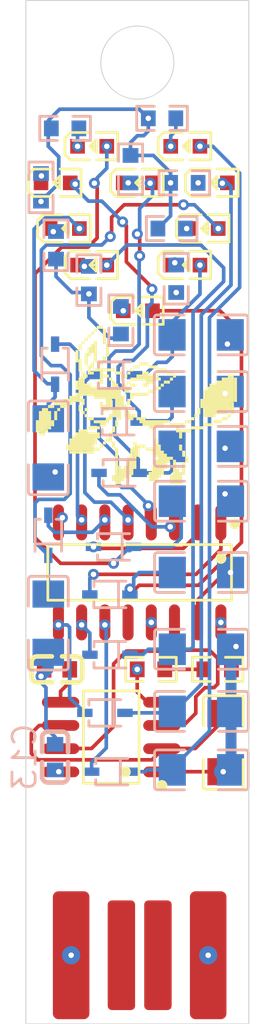
<source format=kicad_pcb>
(kicad_pcb (version 20241229) (generator "pcbnew") (generator_version "9.0")
  (layers (0 "F.Cu" signal) (4 "In1.Cu" signal) (6 "In2.Cu" signal) (2 "B.Cu" signal) (13 "F.Paste" user) (15 "B.Paste" user) (5 "F.SilkS" user "F.Silkscreen") (7 "B.SilkS" user "B.Silkscreen") (1 "F.Mask" user) (3 "B.Mask" user) (25 "Edge.Cuts" user))
  (net 0 "")
  (net 1 "Net-(U1-CONT)")
  (net 2 "GND")
  (net 3 "Net-(U1-THRES)")
  (net 4 "Net-(D1-A)")
  (net 5 "Net-(D3-K)")
  (net 6 "Net-(D5-K)")
  (net 7 "Net-(D7-K)")
  (net 8 "Net-(D10-A)")
  (net 9 "Net-(D11-K)")
  (net 10 "Net-(D12-K)")
  (net 11 "Net-(D13-K)")
  (net 12 "Net-(D14-K)")
  (net 13 "Net-(D15-K)")
  (net 14 "Net-(D1-K)")
  (net 15 "Net-(D2-A)")
  (net 16 "Net-(D3-A)")
  (net 17 "Net-(D4-K)")
  (net 18 "Net-(D5-A)")
  (net 19 "Net-(D6-K)")
  (net 20 "Net-(D7-A)")
  (net 21 "Net-(D8-K)")
  (net 22 "Net-(D9-A)")
  (net 23 "Net-(D10-K)")
  (net 24 "Net-(D11-A)")
  (net 25 "Net-(D12-A)")
  (net 26 "Net-(D13-A)")
  (net 27 "Net-(D14-A)")
  (net 28 "Net-(D15-A)")
  (net 29 "Net-(D16-K)")
  (net 30 "Net-(D17-K)")
  (net 31 "Net-(D18-K)")
  (net 32 "Net-(D19-K)")
  (net 33 "Net-(D20-K)")
  (net 34 "Net-(U1-DISCH)")
  (net 35 "Net-(U1-OUT)")
  (net 39 "/VCC")
  (footprint "Added:RED_SMD_LED0603-RD" (layer "F.Cu") (at 55.3286 33.9804)
    (property "Reference" "D1" (hide yes))
    (property "Value" "LED")
    (pad "1" smd rect (at -0.7995 0.0001 90) (size 0.8 0.8) (layers "F.Cu" "F.Mask" "F.Paste") (net 14 "Net-(D1-K)"))
    (pad "2" smd rect (at 0.7995 -0.0001 90) (size 0.8 0.8) (layers "F.Cu" "F.Mask" "F.Paste") (net 4 "Net-(D1-A)"))
  )
  (footprint "Added:CD4017BM96G4_SOIC-16_L9.9-W3.9-P1.27-LS6.0-BL" (layer "F.Cu") (at 55.4276 55.295 180)
    (property "Reference" "U2" (hide yes))
    (property "Value" "4017")
    (pad "1" smd oval (at -4.445 2.7356 180) (size 0.602 1.971) (layers "F.Cu" "F.Mask" "F.Paste") (net 24 "Net-(D11-A)"))
    (pad "2" smd oval (at -3.175 2.7356 180) (size 0.602 1.971) (layers "F.Cu" "F.Mask" "F.Paste") (net 16 "Net-(D3-A)"))
    (pad "3" smd oval (at -1.905 2.7356 180) (size 0.602 1.971) (layers "F.Cu" "F.Mask" "F.Paste") (net 15 "Net-(D2-A)"))
    (pad "4" smd oval (at -0.635 2.7356 180) (size 0.602 1.971) (layers "F.Cu" "F.Mask" "F.Paste") (net 18 "Net-(D5-A)"))
    (pad "5" smd oval (at 0.635 2.7356 180) (size 0.602 1.971) (layers "F.Cu" "F.Mask" "F.Paste") (net 25 "Net-(D12-A)"))
    (pad "6" smd oval (at 1.905 2.7356 180) (size 0.602 1.971) (layers "F.Cu" "F.Mask" "F.Paste") (net 26 "Net-(D13-A)"))
    (pad "7" smd oval (at 3.175 2.7356 180) (size 0.602 1.971) (layers "F.Cu" "F.Mask" "F.Paste") (net 20 "Net-(D7-A)"))
    (pad "8" smd oval (at 4.445 2.7356 180) (size 0.602 1.971) (layers "F.Cu" "F.Mask" "F.Paste") (net 2 "GND"))
    (pad "9" smd oval (at 4.445 -2.7356 180) (size 0.602 1.971) (layers "F.Cu" "F.Mask" "F.Paste") (net 27 "Net-(D14-A)"))
    (pad "10" smd oval (at 3.175 -2.7356 180) (size 0.602 1.971) (layers "F.Cu" "F.Mask" "F.Paste") (net 22 "Net-(D9-A)"))
    (pad "11" smd oval (at 1.905 -2.7356 180) (size 0.602 1.971) (layers "F.Cu" "F.Mask" "F.Paste") (net 28 "Net-(D15-A)"))
    (pad "12" smd oval (at 0.635 -2.7356 180) (size 0.602 1.971) (layers "F.Cu" "F.Mask" "F.Paste"))
    (pad "13" smd oval (at -0.635 -2.7356 180) (size 0.602 1.971) (layers "F.Cu" "F.Mask" "F.Paste") (net 2 "GND"))
    (pad "14" smd oval (at -1.905 -2.7356 180) (size 0.602 1.971) (layers "F.Cu" "F.Mask" "F.Paste") (net 35 "Net-(U1-OUT)"))
    (pad "15" smd oval (at -3.175 -2.7356 180) (size 0.602 1.971) (layers "F.Cu" "F.Mask" "F.Paste") (net 2 "GND"))
    (pad "16" smd oval (at -4.445 -2.7356 180) (size 0.602 1.971) (layers "F.Cu" "F.Mask" "F.Paste") (net 39 "/VCC"))
  )
  (footprint "Added:RED_SMD_LED0603-RD" (layer "F.Cu") (at 50.8286 33.9804)
    (property "Reference" "D6" (hide yes))
    (property "Value" "LED")
    (pad "1" smd rect (at -0.7995 0.0001 90) (size 0.8 0.8) (layers "F.Cu" "F.Mask" "F.Paste") (net 19 "Net-(D6-K)"))
    (pad "2" smd rect (at 0.7995 -0.0001 90) (size 0.8 0.8) (layers "F.Cu" "F.Mask" "F.Paste") (net 6 "Net-(D5-K)"))
  )
  (footprint "Added:R0603" (layer "F.Cu") (at 59.6966 60.6 180)
    (property "Reference" "R2" (hide yes))
    (property "Value" "2.7k")
    (pad "1" smd rect (at -0.7534 0 180) (size 0.8065 0.864) (layers "F.Cu" "F.Mask" "F.Paste") (net 3 "Net-(U1-THRES)"))
    (pad "2" smd rect (at 0.7534 0 180) (size 0.8065 0.864) (layers "F.Cu" "F.Mask" "F.Paste") (net 34 "Net-(U1-DISCH)"))
  )
  (footprint "Added:NE555DR_SOIC-8_L4.9-W3.9-P1.27-LS6.0-BL" (layer "F.Cu") (at 53.8724 64.305 90)
    (property "Reference" "U1" (hide yes))
    (property "Value" "NE555")
    (pad "1" smd oval (at -1.905 2.7724 90) (size 0.588 2.045) (layers "F.Cu" "F.Mask" "F.Paste") (net 2 "GND"))
    (pad "2" smd oval (at -0.635 2.7724 90) (size 0.588 2.045) (layers "F.Cu" "F.Mask" "F.Paste") (net 3 "Net-(U1-THRES)"))
    (pad "3" smd oval (at 0.635 2.7724 90) (size 0.588 2.045) (layers "F.Cu" "F.Mask" "F.Paste") (net 35 "Net-(U1-OUT)"))
    (pad "4" smd oval (at 1.905 2.7724 90) (size 0.588 2.045) (layers "F.Cu" "F.Mask" "F.Paste") (net 39 "/VCC"))
    (pad "5" smd oval (at 1.905 -2.7724 90) (size 0.588 2.045) (layers "F.Cu" "F.Mask" "F.Paste") (net 1 "Net-(U1-CONT)"))
    (pad "6" smd oval (at 0.635 -2.7724 90) (size 0.588 2.045) (layers "F.Cu" "F.Mask" "F.Paste") (net 3 "Net-(U1-THRES)"))
    (pad "7" smd oval (at -0.635 -2.7724 90) (size 0.588 2.045) (layers "F.Cu" "F.Mask" "F.Paste") (net 34 "Net-(U1-DISCH)"))
    (pad "8" smd oval (at -1.905 -2.7724 90) (size 0.588 2.045) (layers "F.Cu" "F.Mask" "F.Paste") (net 39 "/VCC"))
  )
  (footprint "Added:RED_SMD_LED0603-RD" (layer "F.Cu") (at 55.3286 40.9804)
    (property "Reference" "D16" (hide yes))
    (property "Value" "LED")
    (pad "1" smd rect (at -0.7995 0.0001 90) (size 0.8 0.8) (layers "F.Cu" "F.Mask" "F.Paste") (net 29 "Net-(D16-K)"))
    (pad "2" smd rect (at 0.7995 -0.0001 90) (size 0.8 0.8) (layers "F.Cu" "F.Mask" "F.Paste") (net 9 "Net-(D11-K)"))
  )
  (footprint "Added:USB_Connector_PCB" (layer "F.Cu") (at 55.4276 76.2427 90)
    (property "Reference" "U3" (hide yes))
    (property "Value" "~")
    (pad "1" smd roundrect (at 0 -3.75 90) (size 7 2) (layers "F.Cu" "F.Mask" "F.Paste") (roundrect_rratio 0.15) (net 2 "GND"))
    (pad "2" smd roundrect (at 0 -1 90) (size 6 1.5) (layers "F.Cu" "F.Mask" "F.Paste") (roundrect_rratio 0.15))
    (pad "3" smd roundrect (at 0 1 90) (size 6 1.5) (layers "F.Cu" "F.Mask" "F.Paste") (roundrect_rratio 0.15))
    (pad "4" smd roundrect (at 0 3.75 90) (size 7 2) (layers "F.Cu" "F.Mask" "F.Paste") (roundrect_rratio 0.15) (net 39 "/VCC"))
  )
  (footprint "Added:0.01uF(10nF)_C0603" (layer "F.Cu") (at 50.9 60.6)
    (property "Reference" "C1" (hide yes))
    (property "Value" "0.01u")
    (pad "1" smd rect (at -0.7 0) (size 0.8 0.9) (layers "F.Cu" "F.Mask" "F.Paste") (net 2 "GND"))
    (pad "2" smd rect (at 0.7 0) (size 0.8 0.9) (layers "F.Cu" "F.Mask" "F.Paste") (net 1 "Net-(U1-CONT)"))
  )
  (footprint "Added:RED_SMD_LED0603-RD" (layer "F.Cu") (at 51.3286 36.4804)
    (property "Reference" "D8" (hide yes))
    (property "Value" "LED")
    (pad "1" smd rect (at -0.7995 0.0001 90) (size 0.8 0.8) (layers "F.Cu" "F.Mask" "F.Paste") (net 21 "Net-(D8-K)"))
    (pad "2" smd rect (at 0.7995 -0.0001 90) (size 0.8 0.8) (layers "F.Cu" "F.Mask" "F.Paste") (net 7 "Net-(D7-K)"))
  )
  (footprint "Added:RED_SMD_LED0603-RD" (layer "F.Cu") (at 58.9276 36.4802)
    (property "Reference" "D18" (hide yes))
    (property "Value" "LED")
    (pad "1" smd rect (at -0.7995 0.0001 90) (size 0.8 0.8) (layers "F.Cu" "F.Mask" "F.Paste") (net 31 "Net-(D18-K)"))
    (pad "2" smd rect (at 0.7995 -0.0001 90) (size 0.8 0.8) (layers "F.Cu" "F.Mask" "F.Paste") (net 11 "Net-(D13-K)"))
  )
  (footprint "Added:R0603" (layer "F.Cu") (at 56.0466 60.6)
    (property "Reference" "R1" (hide yes))
    (property "Value" "1.1k")
    (pad "1" smd rect (at -0.7534 0) (size 0.8065 0.864) (layers "F.Cu" "F.Mask" "F.Paste") (net 39 "/VCC"))
    (pad "2" smd rect (at 0.7534 0) (size 0.8065 0.864) (layers "F.Cu" "F.Mask" "F.Paste") (net 34 "Net-(U1-DISCH)"))
  )
  (footprint "Added:RED_SMD_LED0603-RD" (layer "F.Cu") (at 52.8286 38.4804)
    (property "Reference" "D10" (hide yes))
    (property "Value" "LED")
    (pad "1" smd rect (at -0.7995 0.0001 90) (size 0.8 0.8) (layers "F.Cu" "F.Mask" "F.Paste") (net 23 "Net-(D10-K)"))
    (pad "2" smd rect (at 0.7995 -0.0001 90) (size 0.8 0.8) (layers "F.Cu" "F.Mask" "F.Paste") (net 8 "Net-(D10-A)"))
  )
  (footprint "Added:RED_SMD_LED0603-RD" (layer "F.Cu") (at 57.9276 31.9802)
    (property "Reference" "D20" (hide yes))
    (property "Value" "LED")
    (pad "1" smd rect (at -0.7995 0.0001 90) (size 0.8 0.8) (layers "F.Cu" "F.Mask" "F.Paste") (net 33 "Net-(D20-K)"))
    (pad "2" smd rect (at 0.7995 -0.0001 90) (size 0.8 0.8) (layers "F.Cu" "F.Mask" "F.Paste") (net 13 "Net-(D15-K)"))
  )
  (footprint "Added:RED_SMD_LED0603-RD" (layer "F.Cu") (at 59.4276 33.9802)
    (property "Reference" "D19" (hide yes))
    (property "Value" "LED")
    (pad "1" smd rect (at -0.7995 0.0001 90) (size 0.8 0.8) (layers "F.Cu" "F.Mask" "F.Paste") (net 32 "Net-(D19-K)"))
    (pad "2" smd rect (at 0.7995 -0.0001 90) (size 0.8 0.8) (layers "F.Cu" "F.Mask" "F.Paste") (net 12 "Net-(D14-K)"))
  )
  (footprint "Added:RED_SMD_LED0603-RD" (layer "F.Cu") (at 52.8286 31.9804)
    (property "Reference" "D4" (hide yes))
    (property "Value" "LED")
    (pad "1" smd rect (at -0.7995 0.0001 90) (size 0.8 0.8) (layers "F.Cu" "F.Mask" "F.Paste") (net 17 "Net-(D4-K)"))
    (pad "2" smd rect (at 0.7995 -0.0001 90) (size 0.8 0.8) (layers "F.Cu" "F.Mask" "F.Paste") (net 5 "Net-(D3-K)"))
  )
  (footprint "Added:RED_SMD_LED0603-RD" (layer "F.Cu") (at 57.9276 38.4802)
    (property "Reference" "D17" (hide yes))
    (property "Value" "LED")
    (pad "1" smd rect (at -0.7995 0.0001 90) (size 0.8 0.8) (layers "F.Cu" "F.Mask" "F.Paste") (net 30 "Net-(D17-K)"))
    (pad "2" smd rect (at 0.7995 -0.0001 90) (size 0.8 0.8) (layers "F.Cu" "F.Mask" "F.Paste") (net 10 "Net-(D12-K)"))
  )
  (footprint "Added:glaceon" (layer "F.Cu") (at 55 46.8)
    (property "Reference" "G***" (hide yes))
    (property "Value" "LOGO" (hide yes))
  )
  (footprint "Added:CAP_SMT_C1206" (layer "F.Cu") (at 60 64.6074 90)
    (property "Reference" "C2" (hide yes))
    (property "Value" "100u")
    (pad "1" smd rect (at -1.5926 0 90) (size 1.485 1.728) (layers "F.Cu" "F.Mask" "F.Paste") (net 2 "GND"))
    (pad "2" smd rect (at 1.5926 0 90) (size 1.485 1.728) (layers "F.Cu" "F.Mask" "F.Paste") (net 3 "Net-(U1-THRES)"))
  )
  (footprint "Added:R0603" (layer "B.Cu") (at 57.181 36.4802 180)
    (property "Reference" "R10" (hide yes))
    (property "Value" "330")
    (pad "1" smd rect (at -0.7534 0 180) (size 0.8065 0.864) (layers "B.Cu" "B.Mask" "B.Paste") (net 31 "Net-(D18-K)"))
    (pad "2" smd rect (at 0.7534 0 180) (size 0.8065 0.864) (layers "B.Cu" "B.Mask" "B.Paste") (net 2 "GND"))
  )
  (footprint "Added:R0603" (layer "B.Cu") (at 57.4276 39.2268 -90)
    (property "Reference" "R9" (hide yes))
    (property "Value" "330")
    (pad "1" smd rect (at -0.7534 0 270) (size 0.8065 0.864) (layers "B.Cu" "B.Mask" "B.Paste") (net 30 "Net-(D17-K)"))
    (pad "2" smd rect (at 0.7534 0 270) (size 0.8065 0.864) (layers "B.Cu" "B.Mask" "B.Paste") (net 2 "GND"))
  )
  (footprint "Added:Diode_SOD-323_L1.7-W1.3-LS2.7-RD" (layer "B.Cu") (at 53.9975 53.9 180)
    (property "Reference" "D3" (hide yes))
    (property "Value" "1N4148WS")
    (pad "1" smd rect (at -1.0975 0) (size 0.845 0.455) (layers "B.Cu" "B.Mask" "B.Paste") (net 5 "Net-(D3-K)"))
    (pad "2" smd rect (at 1.0975 0) (size 0.845 0.455) (layers "B.Cu" "B.Mask" "B.Paste") (net 16 "Net-(D3-A)"))
  )
  (footprint "Added:R0603" (layer "B.Cu") (at 52.65 39.3034 -90)
    (property "Reference" "R7" (hide yes))
    (property "Value" "330")
    (pad "1" smd rect (at -0.7534 0 270) (size 0.8065 0.864) (layers "B.Cu" "B.Mask" "B.Paste") (net 23 "Net-(D10-K)"))
    (pad "2" smd rect (at 0.7534 0 270) (size 0.8065 0.864) (layers "B.Cu" "B.Mask" "B.Paste") (net 2 "GND"))
  )
  (footprint "Added:CAP_SMT_C1206" (layer "B.Cu") (at 58.8074 59.5)
    (property "Reference" "C7" (hide yes))
    (property "Value" "100uF")
    (pad "1" smd rect (at -1.5926 0) (size 1.485 1.728) (layers "B.Cu" "B.Mask" "B.Paste") (net 8 "Net-(D10-A)"))
    (pad "2" smd rect (at 1.5926 0) (size 1.485 1.728) (layers "B.Cu" "B.Mask" "B.Paste") (net 2 "GND"))
  )
  (footprint "Added:Diode_SOD-323_L1.7-W1.3-LS2.7-RD" (layer "B.Cu") (at 53.8975 66.2 180)
    (property "Reference" "D15" (hide yes))
    (property "Value" "1N4148WS")
    (pad "1" smd rect (at -1.0975 0) (size 0.845 0.455) (layers "B.Cu" "B.Mask" "B.Paste") (net 13 "Net-(D15-K)"))
    (pad "2" smd rect (at 1.0975 0) (size 0.845 0.455) (layers "B.Cu" "B.Mask" "B.Paste") (net 28 "Net-(D15-A)"))
  )
  (footprint "Added:R0603" (layer "B.Cu") (at 57.8742 33.9802 180)
    (property "Reference" "R11" (hide yes))
    (property "Value" "330")
    (pad "1" smd rect (at -0.7534 0 180) (size 0.8065 0.864) (layers "B.Cu" "B.Mask" "B.Paste") (net 32 "Net-(D19-K)"))
    (pad "2" smd rect (at 0.7534 0 180) (size 0.8065 0.864) (layers "B.Cu" "B.Mask" "B.Paste") (net 2 "GND"))
  )
  (footprint "Added:R0603" (layer "B.Cu") (at 54.4 41.4966 -90)
    (property "Reference" "R8" (hide yes))
    (property "Value" "330")
    (pad "1" smd rect (at -0.7534 0 270) (size 0.8065 0.864) (layers "B.Cu" "B.Mask" "B.Paste") (net 29 "Net-(D16-K)"))
    (pad "2" smd rect (at 0.7534 0 270) (size 0.8065 0.864) (layers "B.Cu" "B.Mask" "B.Paste") (net 2 "GND"))
  )
  (footprint "Added:Diode_SOD-323_L1.7-W1.3-LS2.7-RD" (layer "B.Cu") (at 50.8 43.9025 90)
    (property "Reference" "D7" (hide yes))
    (property "Value" "1N4148WS")
    (pad "1" smd rect (at -1.0975 0 270) (size 0.845 0.455) (layers "B.Cu" "B.Mask" "B.Paste") (net 7 "Net-(D7-K)"))
    (pad "2" smd rect (at 1.0975 0 270) (size 0.845 0.455) (layers "B.Cu" "B.Mask" "B.Paste") (net 20 "Net-(D7-A)"))
  )
  (footprint "Added:Diode_SOD-323_L1.7-W1.3-LS2.7-RD" (layer "B.Cu") (at 50.4276 53.2629 90)
    (property "Reference" "D13" (hide yes))
    (property "Value" "1N4148WS")
    (pad "1" smd rect (at -1.0975 0 270) (size 0.845 0.455) (layers "B.Cu" "B.Mask" "B.Paste") (net 11 "Net-(D13-K)"))
    (pad "2" smd rect (at 1.0975 0 270) (size 0.845 0.455) (layers "B.Cu" "B.Mask" "B.Paste") (net 26 "Net-(D13-A)"))
  )
  (footprint "Added:Diode_SOD-323_L1.7-W1.3-LS2.7-RD" (layer "B.Cu") (at 54.3025 49.85 180)
    (property "Reference" "D2" (hide yes))
    (property "Value" "1N4148WS")
    (pad "1" smd rect (at -1.0975 0) (size 0.845 0.455) (layers "B.Cu" "B.Mask" "B.Paste") (net 4 "Net-(D1-A)"))
    (pad "2" smd rect (at 1.0975 0) (size 0.845 0.455) (layers "B.Cu" "B.Mask" "B.Paste") (net 15 "Net-(D2-A)"))
  )
  (footprint "Added:0.01uF(10nF)_C0603" (layer "B.Cu") (at 50.8 65.4 -90)
    (property "Reference" "C13" (at 0.00005 1.6721 90) (layer "B.SilkS") (effects (font (size 1.27 1.27)) (justify mirror)))
    (property "Value" "0.01u")
    (pad "1" smd rect (at -0.7 0 270) (size 0.8 0.9) (layers "B.Cu" "B.Mask" "B.Paste") (net 2 "GND"))
    (pad "2" smd rect (at 0.7 0 270) (size 0.8 0.9) (layers "B.Cu" "B.Mask" "B.Paste") (net 39 "/VCC"))
  )
  (footprint "Added:R0603" (layer "B.Cu") (at 50.85 37.3966 -90)
    (property "Reference" "R6" (hide yes))
    (property "Value" "330")
    (pad "1" smd rect (at -0.7534 0 270) (size 0.8065 0.864) (layers "B.Cu" "B.Mask" "B.Paste") (net 21 "Net-(D8-K)"))
    (pad "2" smd rect (at 0.7534 0 270) (size 0.8065 0.864) (layers "B.Cu" "B.Mask" "B.Paste") (net 2 "GND"))
  )
  (footprint "Added:Diode_SOD-323_L1.7-W1.3-LS2.7-RD" (layer "B.Cu") (at 54.0475 44.5 180)
    (property "Reference" "D12" (hide yes))
    (property "Value" "1N4148WS")
    (pad "1" smd rect (at -1.0975 0) (size 0.845 0.455) (layers "B.Cu" "B.Mask" "B.Paste") (net 10 "Net-(D12-K)"))
    (pad "2" smd rect (at 1.0975 0) (size 0.845 0.455) (layers "B.Cu" "B.Mask" "B.Paste") (net 25 "Net-(D12-A)"))
  )
  (footprint "Added:CAP_SMT_C1206" (layer "B.Cu") (at 58.8074 66.1)
    (property "Reference" "C12" (hide yes))
    (property "Value" "100uF")
    (pad "1" smd rect (at -1.5926 0) (size 1.485 1.728) (layers "B.Cu" "B.Mask" "B.Paste") (net 13 "Net-(D15-K)"))
    (pad "2" smd rect (at 1.5926 0) (size 1.485 1.728) (layers "B.Cu" "B.Mask" "B.Paste") (net 2 "GND"))
  )
  (footprint "Added:R0603" (layer "B.Cu") (at 56.6534 30.45 180)
    (property "Reference" "R12" (hide yes))
    (property "Value" "330")
    (pad "1" smd rect (at -0.7534 0 180) (size 0.8065 0.864) (layers "B.Cu" "B.Mask" "B.Paste") (net 33 "Net-(D20-K)"))
    (pad "2" smd rect (at 0.7534 0 180) (size 0.8065 0.864) (layers "B.Cu" "B.Mask" "B.Paste") (net 2 "GND"))
  )
  (footprint "Added:Diode_SOD-323_L1.7-W1.3-LS2.7-RD" (layer "B.Cu") (at 53.7975 56.5 180)
    (property "Reference" "D11" (hide yes))
    (property "Value" "1N4148WS")
    (pad "1" smd rect (at -1.0975 0) (size 0.845 0.455) (layers "B.Cu" "B.Mask" "B.Paste") (net 9 "Net-(D11-K)"))
    (pad "2" smd rect (at 1.0975 0) (size 0.845 0.455) (layers "B.Cu" "B.Mask" "B.Paste") (net 24 "Net-(D11-A)"))
  )
  (footprint "Added:CAP_SMT_C1206" (layer "B.Cu") (at 58.8074 62.9)
    (property "Reference" "C11" (hide yes))
    (property "Value" "100uF")
    (pad "1" smd rect (at -1.5926 0) (size 1.485 1.728) (layers "B.Cu" "B.Mask" "B.Paste") (net 12 "Net-(D14-K)"))
    (pad "2" smd rect (at 1.5926 0) (size 1.485 1.728) (layers "B.Cu" "B.Mask" "B.Paste") (net 2 "GND"))
  )
  (footprint "Added:R0603" (layer "B.Cu") (at 50.0276 34.2268 -90)
    (property "Reference" "R5" (hide yes))
    (property "Value" "330")
    (pad "1" smd rect (at -0.7534 0 270) (size 0.8065 0.864) (layers "B.Cu" "B.Mask" "B.Paste") (net 19 "Net-(D6-K)"))
    (pad "2" smd rect (at 0.7534 0 270) (size 0.8065 0.864) (layers "B.Cu" "B.Mask" "B.Paste") (net 2 "GND"))
  )
  (footprint "Added:R0603" (layer "B.Cu") (at 51.3466 31 180)
    (property "Reference" "R4" (hide yes))
    (property "Value" "330")
    (pad "1" smd rect (at -0.7534 0 180) (size 0.8065 0.864) (layers "B.Cu" "B.Mask" "B.Paste") (net 17 "Net-(D4-K)"))
    (pad "2" smd rect (at 0.7534 0 180) (size 0.8065 0.864) (layers "B.Cu" "B.Mask" "B.Paste") (net 2 "GND"))
  )
  (footprint "Added:CAP_SMT_C1206" (layer "B.Cu") (at 58.7926 48.4)
    (property "Reference" "C3" (hide yes))
    (property "Value" "100uF")
    (pad "1" smd rect (at -1.5926 0) (size 1.485 1.728) (layers "B.Cu" "B.Mask" "B.Paste") (net 4 "Net-(D1-A)"))
    (pad "2" smd rect (at 1.5926 0) (size 1.485 1.728) (layers "B.Cu" "B.Mask" "B.Paste") (net 2 "GND"))
  )
  (footprint "Added:Diode_SOD-323_L1.7-W1.3-LS2.7-RD" (layer "B.Cu") (at 54.2475 47.05 180)
    (property "Reference" "D5" (hide yes))
    (property "Value" "1N4148WS")
    (pad "1" smd rect (at -1.0975 0) (size 0.845 0.455) (layers "B.Cu" "B.Mask" "B.Paste") (net 6 "Net-(D5-K)"))
    (pad "2" smd rect (at 1.0975 0) (size 0.845 0.455) (layers "B.Cu" "B.Mask" "B.Paste") (net 18 "Net-(D5-A)"))
  )
  (footprint "Added:CAP_SMT_C1206" (layer "B.Cu") (at 58.7926 45.4)
    (property "Reference" "C5" (hide yes))
    (property "Value" "100uF")
    (pad "1" smd rect (at -1.5926 0) (size 1.485 1.728) (layers "B.Cu" "B.Mask" "B.Paste") (net 6 "Net-(D5-K)"))
    (pad "2" smd rect (at 1.5926 0) (size 1.485 1.728) (layers "B.Cu" "B.Mask" "B.Paste") (net 2 "GND"))
  )
  (footprint "Added:CAP_SMT_C1206" (layer "B.Cu") (at 58.8074 51.4)
    (property "Reference" "C4" (hide yes))
    (property "Value" "100uF")
    (pad "1" smd rect (at -1.5926 0) (size 1.485 1.728) (layers "B.Cu" "B.Mask" "B.Paste") (net 5 "Net-(D3-K)"))
    (pad "2" smd rect (at 1.5926 0) (size 1.485 1.728) (layers "B.Cu" "B.Mask" "B.Paste") (net 2 "GND"))
  )
  (footprint "Added:CAP_SMT_C1206" (layer "B.Cu") (at 50.4276 58.0728 -90)
    (property "Reference" "C10" (hide yes))
    (property "Value" "100uF")
    (pad "1" smd rect (at -1.5926 0 270) (size 1.485 1.728) (layers "B.Cu" "B.Mask" "B.Paste") (net 11 "Net-(D13-K)"))
    (pad "2" smd rect (at 1.5926 0 270) (size 1.485 1.728) (layers "B.Cu" "B.Mask" "B.Paste") (net 2 "GND"))
  )
  (footprint "Added:Diode_SOD-323_L1.7-W1.3-LS2.7-RD" (layer "B.Cu") (at 53.5251 62.9802 180)
    (property "Reference" "D14" (hide yes))
    (property "Value" "1N4148WS")
    (pad "1" smd rect (at -1.0975 0) (size 0.845 0.455) (layers "B.Cu" "B.Mask" "B.Paste") (net 12 "Net-(D14-K)"))
    (pad "2" smd rect (at 1.0975 0) (size 0.845 0.455) (layers "B.Cu" "B.Mask" "B.Paste") (net 27 "Net-(D14-A)"))
  )
  (footprint "Added:R0603" (layer "B.Cu") (at 54.9276 33.2336 90)
    (property "Reference" "R3" (hide yes))
    (property "Value" "330")
    (pad "1" smd rect (at -0.7534 0 90) (size 0.8065 0.864) (layers "B.Cu" "B.Mask" "B.Paste") (net 14 "Net-(D1-K)"))
    (pad "2" smd rect (at 0.7534 0 90) (size 0.8065 0.864) (layers "B.Cu" "B.Mask" "B.Paste") (net 2 "GND"))
  )
  (footprint "Added:CAP_SMT_C1206" (layer "B.Cu") (at 58.7926 42.3)
    (property "Reference" "C9" (hide yes))
    (property "Value" "100uF")
    (pad "1" smd rect (at -1.5926 0) (size 1.485 1.728) (layers "B.Cu" "B.Mask" "B.Paste") (net 10 "Net-(D12-K)"))
    (pad "2" smd rect (at 1.5926 0) (size 1.485 1.728) (layers "B.Cu" "B.Mask" "B.Paste") (net 2 "GND"))
  )
  (footprint "Added:CAP_SMT_C1206" (layer "B.Cu") (at 58.8074 55.3)
    (property "Reference" "C8" (hide yes))
    (property "Value" "100uF")
    (pad "1" smd rect (at -1.5926 0) (size 1.485 1.728) (layers "B.Cu" "B.Mask" "B.Paste") (net 9 "Net-(D11-K)"))
    (pad "2" smd rect (at 1.5926 0) (size 1.485 1.728) (layers "B.Cu" "B.Mask" "B.Paste") (net 2 "GND"))
  )
  (footprint "Added:CAP_SMT_C1206" (layer "B.Cu") (at 50.4276 48.4802 -90)
    (property "Reference" "C6" (hide yes))
    (property "Value" "100uF")
    (pad "1" smd rect (at -1.5926 0 270) (size 1.485 1.728) (layers "B.Cu" "B.Mask" "B.Paste") (net 7 "Net-(D7-K)"))
    (pad "2" smd rect (at 1.5926 0 270) (size 1.485 1.728) (layers "B.Cu" "B.Mask" "B.Paste") (net 2 "GND"))
  )
  (footprint "Added:Diode_SOD-323_L1.7-W1.3-LS2.7-RD" (layer "B.Cu") (at 53.8025 59.8 180)
    (property "Reference" "D9" (hide yes))
    (property "Value" "1N4148WS")
    (pad "1" smd rect (at -1.0975 0) (size 0.845 0.455) (layers "B.Cu" "B.Mask" "B.Paste") (net 8 "Net-(D10-A)"))
    (pad "2" smd rect (at 1.0975 0) (size 0.845 0.455) (layers "B.Cu" "B.Mask" "B.Paste") (net 22 "Net-(D9-A)"))
  )
  (gr_circle (center 55.3 27.4) (end 57.3 27.4) (stroke (width 0.05)) (fill no) (layer "Edge.Cuts"))
  (gr_rect (start 49.2 24) (end 61.4 80) (stroke (width 0.05)) (fill no) (layer "Edge.Cuts"))
  (segment (start 51.1 61.8) (end 51.1 62.4) (width 0.2) (layer "F.Cu") (net 1))
  (segment (start 51.6 61.3) (end 51.1 61.8) (width 0.2) (layer "F.Cu") (net 1))
  (segment (start 51.6 60.6) (end 51.6 61.3) (width 0.2) (layer "F.Cu") (net 1))
  (segment (start 58.6026 58.0306) (end 58.6026 58.023342) (width 0.2) (layer "F.Cu") (net 2))
  (segment (start 60 66.2) (end 56.6548 66.2) (width 0.2) (layer "F.Cu") (net 2))
  (segment (start 56.6548 66.2) (end 56.6448 66.21) (width 0.2) (layer "F.Cu") (net 2))
  (segment (start 58.6026 56.7974) (end 58.6026 58.0306) (width 0.2) (layer "F.Cu") (net 2))
  (segment (start 60.1 55.3) (end 58.6026 56.7974) (width 0.2) (layer "F.Cu") (net 2))
  (segment (start 60.4 55.3) (end 60.1 55.3) (width 0.2) (layer "F.Cu") (net 2))
  (via (at 50.0276 60.9802) (size 0.6) (drill 0.3) (layers "F.Cu" "B.Cu") (net 2))
  (via (at 57.1208 33.9802) (size 0.6) (drill 0.3) (layers "F.Cu" "B.Cu") (net 2))
  (via (at 60.1 45.5) (size 0.6) (drill 0.3) (layers "F.Cu" "B.Cu") (net 2))
  (via (at 60.1 51) (size 0.6) (drill 0.3) (layers "F.Cu" "B.Cu") (net 2))
  (via (at 60.1 48.5) (size 0.6) (drill 0.3) (layers "F.Cu" "B.Cu") (net 2))
  (via (at 60.4 55.3) (size 0.6) (drill 0.3) (layers "F.Cu" "B.Cu") (net 2))
  (via (at 60 66.2) (size 1) (drill 0.3) (layers "F.Cu" "B.Cu") (net 2))
  (via (at 60.2276 42.8) (size 0.6) (drill 0.3) (layers "F.Cu" "B.Cu") (net 2))
  (via (at 51.2 52.3) (size 0.6) (drill 0.3) (layers "F.Cu" "B.Cu") (net 2))
  (via (at 60.7 59.35) (size 0.6) (drill 0.3) (layers "F.Cu" "B.Cu") (net 2))
  (via (at 51.6776 76.2427) (size 1) (drill 0.3) (layers "F.Cu" "B.Cu") (net 2))
  (via (at 50.0276 35) (size 0.6) (drill 0.3) (layers "F.Cu" "B.Cu") (net 2))
  (via (at 57.4276 39.9802) (size 0.6) (drill 0.3) (layers "F.Cu" "B.Cu") (net 2))
  (via (at 50.8 49.8) (size 0.6) (drill 0.3) (layers "F.Cu" "B.Cu") (net 2))
  (via (at 56.0626 58.0306) (size 0.6) (drill 0.3) (layers "F.Cu" "B.Cu") (net 2))
  (via (at 55.9 30.45) (size 0.6) (drill 0.3) (layers "F.Cu" "B.Cu") (net 2))
  (via (at 52.65 40.0568) (size 0.6) (drill 0.3) (layers "F.Cu" "B.Cu") (net 2))
  (segment (start 50.3 63.8) (end 50.3 61.6) (width 0.2) (layer "B.Cu") (net 2))
  (segment (start 56.1802 32.4802) (end 54.9276 32.4802) (width 0.2) (layer "B.Cu") (net 2))
  (segment (start 50.8 64.7) (end 50.8 64.3) (width 0.2) (layer "B.Cu") (net 2))
  (segment (start 55.65 31.4) (end 55.3 31.4) (width 0.2) (layer "B.Cu") (net 2))
  (segment (start 51.7302 39.9802) (end 52.65 39.9802) (width 0.2) (layer "B.Cu") (net 2))
  (segment (start 50.8 64.3) (end 50.3 63.8) (width 0.2) (layer "B.Cu") (net 2))
  (segment (start 57.1208 35.787) (end 56.4276 36.4802) (width 0.2) (layer "B.Cu") (net 2))
  (segment (start 50.3 61.6) (end 50.0276 61.3276) (width 0.2) (layer "B.Cu") (net 2))
  (segment (start 57.1208 33.4208) (end 56.1802 32.4802) (width 0.2) (layer "B.Cu") (net 2))
  (segment (start 52.65 39.9802) (end 52.65 41.35) (width 0.2) (layer "B.Cu") (net 2))
  (segment (start 60.4276 66.0724) (end 60.4 66.1) (width 0.6) (layer "B.Cu") (net 2))
  (segment (start 51.05 29.95) (end 55.4 29.95) (width 0.2) (layer "B.Cu") (net 2))
  (segment (start 50.4276 60.5802) (end 50.4276 59.6654) (width 0.6) (layer "B.Cu") (net 2))
  (segment (start 55.9 30.45) (end 55.9 31.15) (width 0.2) (layer "B.Cu") (net 2))
  (segment (start 60.7 59.35) (end 60.6052 59.35) (width 0.6) (layer "B.Cu") (net 2))
  (segment (start 50.0276 34.9802) (end 51 34.0078) (width 0.2) (layer "B.Cu") (net 2))
  (segment (start 55.3 31.4) (end 54.9276 31.7724) (width 0.2) (layer "B.Cu") (net 2))
  (segment (start 54.9276 31.7724) (end 54.9276 32.4802) (width 0.2) (layer "B.Cu") (net 2))
  (segment (start 50.4255 30.5745) (end 51.05 29.95) (width 0.2) (layer "B.Cu") (net 2))
  (segment (start 50.85 39.1) (end 51.7302 39.9802) (width 0.2) (layer "B.Cu") (net 2))
  (segment (start 57.1208 33.9802) (end 57.1208 33.4208) (width 0.2) (layer "B.Cu") (net 2))
  (segment (start 50.85 38.15) (end 50.85 39.1) (width 0.2) (layer "B.Cu") (net 2))
  (segment (start 50.4255 31.9755) (end 50.4255 30.5745) (width 0.2) (layer "B.Cu") (net 2))
  (segment (start 50.4208 31.9802) (end 50.4255 31.9755) (width 0.2) (layer "B.Cu") (net 2))
  (segment (start 55.9 31.15) (end 55.65 31.4) (width 0.2) (layer "B.Cu") (net 2))
  (segment (start 60.6052 59.35) (end 60.4276 59.5276) (width 0.6) (layer "B.Cu") (net 2))
  (segment (start 51 32.5526) (end 50.4276 31.9802) (width 0.2) (layer "B.Cu") (net 2))
  (segment (start 51 34.0078) (end 51 32.5526) (width 0.2) (layer "B.Cu") (net 2))
  (segment (start 52.65 41.35) (end 53.7802 42.4802) (width 0.2) (layer "B.Cu") (net 2))
  (segment (start 50.0276 60.9802) (end 50.4276 60.5802) (width 0.6) (layer "B.Cu") (net 2))
  (segment (start 53.7802 42.4802) (end 54.4276 42.4802) (width 0.2) (layer "B.Cu") (net 2))
  (segment (start 50.0276 61.3276) (end 50.0276 60.9802) (width 0.2) (layer "B.Cu") (net 2))
  (segment (start 60.4276 59.5276) (end 60.4276 66.0724) (width 0.6) (layer "B.Cu") (net 2))
  (segment (start 55.4 29.95) (end 55.9 30.45) (width 0.2) (layer "B.Cu") (net 2))
  (segment (start 57.1208 33.9802) (end 57.1208 35.787) (width 0.2) (layer "B.Cu") (net 2))
  (segment (start 49.85 65.55) (end 49.5 65.2) (width 0.2) (layer "F.Cu") (net 3))
  (segment (start 60 62.8152) (end 60 63.4) (width 0.2) (layer "F.Cu") (net 3))
  (segment (start 49.5 65.2) (end 49.5 64.1) (width 0.2) (layer "F.Cu") (net 3))
  (segment (start 56.1 65.55) (end 49.85 65.55) (width 0.2) (layer "F.Cu") (net 3))
  (segment (start 60.45 60.6) (end 60.4276 60.6224) (width 0.2) (layer "F.Cu") (net 3))
  (segment (start 60.4276 60.6224) (end 60.4276 62.3876) (width 0.2) (layer "F.Cu") (net 3))
  (segment (start 49.93 63.67) (end 51.1 63.67) (width 0.2) (layer "F.Cu") (net 3))
  (segment (start 60.4276 62.3876) (end 60 62.8152) (width 0.2) (layer "F.Cu") (net 3))
  (segment (start 49.5 64.1) (end 49.93 63.67) (width 0.2) (layer "F.Cu") (net 3))
  (segment (start 56.72 64.93) (end 56.1 65.55) (width 0.2) (layer "F.Cu") (net 3))
  (segment (start 60 63.4) (end 58.47 64.93) (width 0.2) (layer "F.Cu") (net 3))
  (segment (start 58.47 64.93) (end 56.72 64.93) (width 0.2) (layer "F.Cu") (net 3))
  (segment (start 55.3 36.7802) (end 55.4276 36.9078) (width 0.2) (layer "F.Cu") (net 4))
  (segment (start 55.4276 36.9078) (end 55.4276 37.9802) (width 0.2) (layer "F.Cu") (net 4))
  (via (at 55.3 36.7802) (size 0.6) (drill 0.3) (layers "F.Cu" "B.Cu") (net 4))
  (via (at 55.4276 37.9802) (size 0.6) (drill 0.3) (layers "F.Cu" "B.Cu") (net 4))
  (via (at 56 34) (size 0.6) (drill 0.3) (layers "F.Cu" "B.Cu") (net 4))
  (segment (start 53.75 45.55) (end 53.75 43.55) (width 0.2) (layer "B.Cu") (net 4))
  (segment (start 54.05 47.8) (end 54.05 45.85) (width 0.2) (layer "B.Cu") (net 4))
  (segment (start 57.2 49.7) (end 57.05 49.85) (width 0.2) (layer "B.Cu") (net 4))
  (segment (start 57.05 49.85) (end 55.4 49.85) (width 0.2) (layer "B.Cu") (net 4))
  (segment (start 56.1281 34.1281) (end 56 34) (width 0.2) (layer "B.Cu") (net 4))
  (segment (start 54.05 45.85) (end 53.75 45.55) (width 0.2) (layer "B.Cu") (net 4))
  (segment (start 57.2 48.4) (end 57.2 49.7) (width 0.2) (layer "B.Cu") (net 4))
  (segment (start 55.399 38.551057) (end 55.4 38.550057) (width 0.2) (layer "B.Cu") (net 4))
  (segment (start 53.75 43.55) (end 54.11555 43.18445) (width 0.2) (layer "B.Cu") (net 4))
  (segment (start 55.4276 35.3802) (end 56.1281 34.6797) (width 0.2) (layer "B.Cu") (net 4))
  (segment (start 55.4276 36.6526) (end 55.4276 35.3802) (width 0.2) (layer "B.Cu") (net 4))
  (segment (start 54.11555 43.18445) (end 55.02335 43.18445) (width 0.2) (layer "B.Cu") (net 4))
  (segment (start 55.4 49.85) (end 55.35 49.8) (width 0.2) (layer "B.Cu") (net 4))
  (segment (start 55.3 36.7802) (end 55.4276 36.6526) (width 0.2) (layer "B.Cu") (net 4))
  (segment (start 55.02335 43.18445) (end 55.399 42.8088) (width 0.2) (layer "B.Cu") (net 4))
  (segment (start 55.35 49.1) (end 54.05 47.8) (width 0.2) (layer "B.Cu") (net 4))
  (segment (start 55.4 38.550057) (end 55.4 38.0078) (width 0.2) (layer "B.Cu") (net 4))
  (segment (start 55.399 42.8088) (end 55.399 38.551057) (width 0.2) (layer "B.Cu") (net 4))
  (segment (start 55.35 49.8) (end 55.35 49.1) (width 0.2) (layer "B.Cu") (net 4))
  (segment (start 56.1281 34.6797) (end 56.1281 34.1281) (width 0.2) (layer "B.Cu") (net 4))
  (segment (start 55.4 38.0078) (end 55.4276 37.9802) (width 0.2) (layer "B.Cu") (net 4))
  (segment (start 57.3148 48.5148) (end 57.2 48.4) (width 0.2) (layer "B.Cu") (net 4))
  (segment (start 57.3148 48.7) (end 57.3148 48.5148) (width 0.2) (layer "B.Cu") (net 4))
  (segment (start 53.1039 34.60017) (end 53.1 34.60407) (width 0.2) (layer "F.Cu") (net 5))
  (segment (start 51.1 54.8) (end 54 54.8) (width 0.2) (layer "F.Cu") (net 5))
  (segment (start 49.7 53.4) (end 51.1 54.8) (width 0.2) (layer "F.Cu") (net 5))
  (segment (start 51.15633 37.5) (end 49.7 38.95633) (width 0.2) (layer "F.Cu") (net 5))
  (segment (start 52.6 37.5) (end 51.15633 37.5) (width 0.2) (layer "F.Cu") (net 5))
  (segment (start 53.1 34.60407) (end 53.1 37) (width 0.2) (layer "F.Cu") (net 5))
  (segment (start 52.95 34.1) (end 53.1039 34.2539) (width 0.2) (layer "F.Cu") (net 5))
  (segment (start 52.95 34) (end 52.95 34.1) (width 0.2) (layer "F.Cu") (net 5))
  (segment (start 53.1 37) (end 52.6 37.5) (width 0.2) (layer "F.Cu") (net 5))
  (segment (start 49.7 38.95633) (end 49.7 53.4) (width 0.2) (layer "F.Cu") (net 5))
  (segment (start 53.1039 34.2539) (end 53.1039 34.60017) (width 0.2) (layer "F.Cu") (net 5))
  (via (at 53.6281 31.9803) (size 0.6) (drill 0.3) (layers "F.Cu" "B.Cu") (net 5))
  (via (at 52.95 34) (size 0.6) (drill 0.3) (layers "F.Cu" "B.Cu") (net 5))
  (via (at 54 54.8) (size 0.6) (drill 0.3) (layers "F.Cu" "B.Cu") (net 5))
  (segment (start 55.095 53.9) (end 57.2 53.9) (width 0.2) (layer "B.Cu") (net 5))
  (segment (start 53.1039 33.7039) (end 53.6281 33.1797) (width 0.2) (layer "B.Cu") (net 5))
  (segment (start 54 54.8) (end 54.7 54.1) (width 0.2) (layer "B.Cu") (net 5))
  (segment (start 53.6281 33.1797) (end 53.6281 31.9803) (width 0.2) (layer "B.Cu") (net 5))
  (segment (start 53.1039 33.8461) (end 53.1039 33.7039) (width 0.2) (layer "B.Cu") (net 5))
  (segment (start 54.895 54.1) (end 55.095 53.9) (width 0.2) (layer "B.Cu") (net 5))
  (segment (start 52.95 34) (end 53.1039 33.8461) (width 0.2) (layer "B.Cu") (net 5))
  (segment (start 54.7 54.1) (end 54.895 54.1) (width 0.2) (layer "B.Cu") (net 5))
  (segment (start 57.7 51.3852) (end 57.3148 51) (width 0.2) (layer "B.Cu") (net 5))
  (segment (start 57.7 53.4) (end 57.7 51.3852) (width 0.2) (layer "B.Cu") (net 5))
  (segment (start 57.2 53.9) (end 57.7 53.4) (width 0.2) (layer "B.Cu") (net 5))
  (segment (start 54.7 38.3) (end 54.7 36.321226) (width 0.2) (layer "F.Cu") (net 6))
  (segment (start 54.7 36.321226) (end 54.493287 36.114513) (width 0.2) (layer "F.Cu") (net 6))
  (segment (start 55.8276 39.4276) (end 55.8276 39.425) (width 0.2) (layer "F.Cu") (net 6))
  (segment (start 56.1 39.8) (end 56.1 39.7) (width 0.2) (layer "F.Cu") (net 6))
  (segment (start 56.1 39.7) (end 55.8276 39.4276) (width 0.2) (layer "F.Cu") (net 6))
  (segment (start 56.1 39.7) (end 54.7 38.3) (width 0.2) (layer "F.Cu") (net 6))
  (via (at 51.9 34.05) (size 0.6) (drill 0.3) (layers "F.Cu" "B.Cu") (net 6))
  (via (at 54.493287 36.114513) (size 0.6) (drill 0.3) (layers "F.Cu" "B.Cu") (net 6))
  (via (at 56.1 39.8) (size 0.6) (drill 0.3) (layers "F.Cu" "B.Cu") (net 6))
  (segment (start 51.9 34.05) (end 51.9 34.2526) (width 0.2) (layer "B.Cu") (net 6))
  (segment (start 51.9 34.2526) (end 52.6276 34.9802) (width 0.2) (layer "B.Cu") (net 6))
  (segment (start 57.2 46.8) (end 57.2 45.4) (width 0.2) (layer "B.Cu") (net 6))
  (segment (start 56.1 40.55) (end 55.85 40.8) (width 0.2) (layer "B.Cu") (net 6))
  (segment (start 55.85 42.9249) (end 55.0749 43.7) (width 0.2) (layer "B.Cu") (net 6))
  (segment (start 52.6276 34.9802) (end 53.358974 34.9802) (width 0.2) (layer "B.Cu") (net 6))
  (segment (start 55.395 47) (end 57 47) (width 0.2) (layer "B.Cu") (net 6))
  (segment (start 54.6 43.7) (end 54.251 44.049) (width 0.2) (layer "B.Cu") (net 6))
  (segment (start 54.251 44.049) (end 54.251 44.951) (width 0.2) (layer "B.Cu") (net 6))
  (segment (start 53.358974 34.9802) (end 54.493287 36.114513) (width 0.2) (layer "B.Cu") (net 6))
  (segment (start 57 47) (end 57.2 46.8) (width 0.2) (layer "B.Cu") (net 6))
  (segment (start 54.8 45.5) (end 54.8 45.875) (width 0.2) (layer "B.Cu") (net 6))
  (segment (start 54.8 45.875) (end 55.4 46.475) (width 0.2) (layer "B.Cu") (net 6))
  (segment (start 55.85 40.8) (end 55.85 42.9249) (width 0.2) (layer "B.Cu") (net 6))
  (segment (start 55.4 46.995) (end 55.345 47.05) (width 0.2) (layer "B.Cu") (net 6))
  (segment (start 55.345 47.05) (end 55.395 47) (width 0.2) (layer "B.Cu") (net 6))
  (segment (start 55.0749 43.7) (end 54.6 43.7) (width 0.2) (layer "B.Cu") (net 6))
  (segment (start 55.4 46.475) (end 55.4 46.995) (width 0.2) (layer "B.Cu") (net 6))
  (segment (start 54.251 44.951) (end 54.8 45.5) (width 0.2) (layer "B.Cu") (net 6))
  (segment (start 56.1 39.8) (end 56.1 40.55) (width 0.2) (layer "B.Cu") (net 6))
  (via (at 52.1281 36.4803) (size 0.6) (drill 0.3) (layers "F.Cu" "B.Cu") (net 7))
  (segment (start 49.65 36.509656) (end 49.65 44.25) (width 0.2) (layer "B.Cu") (net 7))
  (segment (start 50.4276 46.0724) (end 50.4276 46.8876) (width 0.2) (layer "B.Cu") (net 7))
  (segment (start 50.8 45.7) (end 50.4276 46.0724) (width 0.2) (layer "B.Cu") (net 7))
  (segment (start 50.8276 44.9802) (end 50.8 45.0078) (width 0.2) (layer "B.Cu") (net 7))
  (segment (start 50.3752 44.9752) (end 50.8276 44.9752) (width 0.2) (layer "B.Cu") (net 7))
  (segment (start 49.65 44.25) (end 50.3752 44.9752) (width 0.2) (layer "B.Cu") (net 7))
  (segment (start 50.8 45.0078) (end 50.8 45.7) (width 0.2) (layer "B.Cu") (net 7))
  (segment (start 51.5273 35.8795) (end 50.280156 35.8795) (width 0.2) (layer "B.Cu") (net 7))
  (segment (start 52.1281 36.4803) (end 51.5273 35.8795) (width 0.2) (layer "B.Cu") (net 7))
  (segment (start 50.280156 35.8795) (end 49.65 36.509656) (width 0.2) (layer "B.Cu") (net 7))
  (via (at 53.6281 38.4803) (size 0.6) (drill 0.3) (layers "F.Cu" "B.Cu") (net 8))
  (segment (start 54.7282 37.3802) (end 53.6281 38.4803) (width 0.2) (layer "B.Cu") (net 8))
  (segment (start 60.0246 39.3754) (end 60.0246 38.6246) (width 0.2) (layer "B.Cu") (net 8))
  (segment (start 58.35 59.3726) (end 58.35 41.05) (width 0.2) (layer "B.Cu") (net 8))
  (segment (start 58.35 41.05) (end 60.0246 39.3754) (width 0.2) (layer "B.Cu") (net 8))
  (segment (start 58.7802 37.3802) (end 54.7282 37.3802) (width 0.2) (layer "B.Cu") (net 8))
  (segment (start 54.9 59.8) (end 55.6 59.8) (width 0.2) (layer "B.Cu") (net 8))
  (segment (start 60.0246 38.6246) (end 58.7802 37.3802) (width 0.2) (layer "B.Cu") (net 8))
  (segment (start 58.2226 59.5) (end 58.35 59.3726) (width 0.2) (layer "B.Cu") (net 8))
  (segment (start 55.9 59.5) (end 57.2148 59.5) (width 0.2) (layer "B.Cu") (net 8))
  (segment (start 57.2148 59.5) (end 58.2226 59.5) (width 0.2) (layer "B.Cu") (net 8))
  (segment (start 55.6 59.8) (end 55.9 59.5) (width 0.2) (layer "B.Cu") (net 8))
  (segment (start 61 53.65) (end 61 42.1536) (width 0.2) (layer "F.Cu") (net 9))
  (segment (start 55.195 56.2) (end 55.395 56) (width 0.2) (layer "F.Cu") (net 9))
  (segment (start 55.395 56) (end 58.65 56) (width 0.2) (layer "F.Cu") (net 9))
  (segment (start 58.65 56) (end 61 53.65) (width 0.2) (layer "F.Cu") (net 9))
  (segment (start 59.8267 40.9803) (end 56.1281 40.9803) (width 0.2) (layer "F.Cu") (net 9))
  (segment (start 54.9 56.2) (end 55.195 56.2) (width 0.2) (layer "F.Cu") (net 9))
  (segment (start 61 42.1536) (end 59.8267 40.9803) (width 0.2) (layer "F.Cu") (net 9))
  (via (at 54.9 56.2) (size 0.6) (drill 0.3) (layers "F.Cu" "B.Cu") (net 9))
  (segment (start 55.1 56) (end 55.1 55.6) (width 0.2) (layer "B.Cu") (net 9))
  (segment (start 55.1 55.6) (end 55.4 55.3) (width 0.2) (layer "B.Cu") (net 9))
  (segment (start 55.4 55.3) (end 57.3 55.3) (width 0.2) (layer "B.Cu") (net 9))
  (segment (start 54.9 56.2) (end 55.1 56) (width 0.2) (layer "B.Cu") (net 9))
  (via (at 58.7271 38.4801) (size 0.6) (drill 0.3) (layers "F.Cu" "B.Cu") (net 10))
  (segment (start 56.4 43.8) (end 55.6 44.6) (width 0.2) (layer "B.Cu") (net 10))
  (segment (start 57.2148 42.8) (end 57.2148 43.4852) (width 0.2) (layer "B.Cu") (net 10))
  (segment (start 58.7271 40.0729) (end 58.7271 38.4801) (width 0.2) (layer "B.Cu") (net 10))
  (segment (start 56.9 43.8) (end 56.4 43.8) (width 0.2) (layer "B.Cu") (net 10))
  (segment (start 57.2 42.3) (end 57.2 41.6) (width 0.2) (layer "B.Cu") (net 10))
  (segment (start 57.2148 43.4852) (end 56.9 43.8) (width 0.2) (layer "B.Cu") (net 10))
  (segment (start 57.2 41.6) (end 58.7271 40.0729) (width 0.2) (layer "B.Cu") (net 10))
  (segment (start 55.6 44.6) (end 55.4 44.6) (width 0.2) (layer "B.Cu") (net 10))
  (segment (start 53.892287 36.644887) (end 53.892287 35.86557) (width 0.2) (layer "F.Cu") (net 11))
  (segment (start 54.577657 35.1802) (end 57.8276 35.1802) (width 0.2) (layer "F.Cu") (net 11))
  (segment (start 53.819587 36.919587) (end 53.819587 36.717587) (width 0.2) (layer "F.Cu") (net 11))
  (segment (start 53.819587 36.717587) (end 53.892287 36.644887) (width 0.2) (layer "F.Cu") (net 11))
  (segment (start 53.892287 35.86557) (end 54.577657 35.1802) (width 0.2) (layer "F.Cu") (net 11))
  (via (at 57.8276 35.1802) (size 0.6) (drill 0.3) (layers "F.Cu" "B.Cu") (net 11))
  (via (at 53.819587 36.919587) (size 0.6) (drill 0.3) (layers "F.Cu" "B.Cu") (net 11))
  (via (at 59.7271 36.4801) (size 0.6) (drill 0.3) (layers "F.Cu" "B.Cu") (net 11))
  (segment (start 50.05 43.4462) (end 50.584 43.9802) (width 0.2) (layer "B.Cu") (net 11))
  (segment (start 51.6256 50.9822) (end 51.3078 51.3) (width 0.2) (layer "B.Cu") (net 11))
  (segment (start 50.4276 56.4802) (end 50.4276 54.3604) (width 0.2) (layer "B.Cu") (net 11))
  (segment (start 51.6256 44.4756) (end 51.6256 50.9822) (width 0.2) (layer "B.Cu") (net 11))
  (segment (start 51.1302 43.9802) (end 51.6256 44.4756) (width 0.2) (layer "B.Cu") (net 11))
  (segment (start 58.4272 35.1802) (end 57.8276 35.1802) (width 0.2) (layer "B.Cu") (net 11))
  (segment (start 49.7 51.5) (end 49.7 53.6328) (width 0.2) (layer "B.Cu") (net 11))
  (segment (start 53.819587 36.919587) (end 53.358974 37.3802) (width 0.2) (layer "B.Cu") (net 11))
  (segment (start 51.3078 51.3) (end 49.9 51.3) (width 0.2) (layer "B.Cu") (net 11))
  (segment (start 49.7 53.6328) (end 50.4276 54.3604) (width 0.2) (layer "B.Cu") (net 11))
  (segment (start 59.7271 36.4801) (end 58.4272 35.1802) (width 0.2) (layer "B.Cu") (net 11))
  (segment (start 50.05 37.65) (end 50.05 43.4462) (width 0.2) (layer "B.Cu") (net 11))
  (segment (start 49.9 51.3) (end 49.7 51.5) (width 0.2) (layer "B.Cu") (net 11))
  (segment (start 50.3198 37.3802) (end 50.05 37.65) (width 0.2) (layer "B.Cu") (net 11))
  (segment (start 50.584 43.9802) (end 51.1302 43.9802) (width 0.2) (layer "B.Cu") (net 11))
  (segment (start 53.358974 37.3802) (end 50.3198 37.3802) (width 0.2) (layer "B.Cu") (net 11))
  (via (at 59.95 34) (size 0.6) (drill 0.3) (layers "F.Cu" "B.Cu") (net 12))
  (segment (start 60.4256 34.1786) (end 60.4256 39.5744) (width 0.2) (layer "B.Cu") (net 12))
  (segment (start 59.9699 33.9801) (end 60.2271 33.9801) (width 0.2) (layer "B.Cu") (net 12))
  (segment (start 57.2424 62.9802) (end 54.6226 62.9802) (width 0.2) (layer "B.Cu") (net 12))
  (segment (start 58.8 61.4226) (end 57.2424 62.9802) (width 0.2) (layer "B.Cu") (net 12))
  (segment (start 59.95 34) (end 59.9699 33.9801) (width 0.2) (layer "B.Cu") (net 12))
  (segment (start 60.4256 39.5744) (end 58.8 41.2) (width 0.2) (layer "B.Cu") (net 12))
  (segment (start 60.2271 33.9801) (end 60.4256 34.1786) (width 0.2) (layer "B.Cu") (net 12))
  (segment (start 58.8 41.2) (end 58.8 61.4226) (width 0.2) (layer "B.Cu") (net 12))
  (via (at 58.7271 31.9801) (size 0.6) (drill 0.3) (layers "F.Cu" "B.Cu") (net 13))
  (segment (start 57.2424 65.9802) (end 59.25 63.9726) (width 0.2) (layer "B.Cu") (net 13))
  (segment (start 59.25 63.9726) (end 59.25 41.35) (width 0.2) (layer "B.Cu") (net 13))
  (segment (start 60.9 33.4526) (end 59.4275 31.9801) (width 0.2) (layer "B.Cu") (net 13))
  (segment (start 60.9 39.7) (end 60.9 33.4526) (width 0.2) (layer "B.Cu") (net 13))
  (segment (start 55.7346 66.2) (end 55.8346 66.1) (width 0.2) (layer "B.Cu") (net 13))
  (segment (start 59.25 41.35) (end 60.9 39.7) (width 0.2) (layer "B.Cu") (net 13))
  (segment (start 54.995 66.2) (end 55.7346 66.2) (width 0.2) (layer "B.Cu") (net 13))
  (segment (start 59.4275 31.9801) (end 58.7271 31.9801) (width 0.2) (layer "B.Cu") (net 13))
  (segment (start 55.8346 66.1) (end 57.2148 66.1) (width 0.2) (layer "B.Cu") (net 13))
  (via (at 54.8 33.9805) (size 0.6) (drill 0.3) (layers "F.Cu" "B.Cu") (net 14))
  (via (at 57.1 52.8) (size 0.6) (drill 0.3) (layers "F.Cu" "B.Cu") (net 15))
  (segment (start 53.2 49.855) (end 53.205 49.85) (width 0.2) (layer "B.Cu") (net 15))
  (segment (start 54.35 51.05) (end 53.7 51.05) (width 0.2) (layer "B.Cu") (net 15))
  (segment (start 56.1 52.8) (end 54.35 51.05) (width 0.2) (layer "B.Cu") (net 15))
  (segment (start 53.7 51.05) (end 53.2 50.55) (width 0.2) (layer "B.Cu") (net 15))
  (segment (start 57.1 52.8) (end 56.1 52.8) (width 0.2) (layer "B.Cu") (net 15))
  (segment (start 53.2 50.55) (end 53.2 49.855) (width 0.2) (layer "B.Cu") (net 15))
  (segment (start 52.9 53.9604) (end 52.9198 53.9802) (width 0.2) (layer "F.Cu") (net 16))
  (segment (start 52.9198 53.9802) (end 57.8198 53.9802) (width 0.2) (layer "F.Cu") (net 16))
  (segment (start 57.8198 53.9802) (end 58.6026 53.1974) (width 0.2) (layer "F.Cu") (net 16))
  (segment (start 58.6026 53.1974) (end 58.6026 52.4225) (width 0.2) (layer "F.Cu") (net 16))
  (segment (start 52.9 53.9) (end 52.9 53.9604) (width 0.2) (layer "F.Cu") (net 16))
  (via (at 52.9 53.9) (size 0.6) (drill 0.3) (layers "F.Cu" "B.Cu") (net 16))
  (via (at 52.0291 31.9805) (size 0.6) (drill 0.3) (layers "F.Cu" "B.Cu") (net 17))
  (segment (start 52.0291 31.0709) (end 52.1 31) (width 0.2) (layer "B.Cu") (net 17))
  (segment (start 52.0291 31.9805) (end 52.0291 31.0709) (width 0.2) (layer "B.Cu") (net 17))
  (segment (start 55.9 51.796073) (end 55.8 51.896073) (width 0.2) (layer "F.Cu") (net 18))
  (segment (start 55.8 52.2968) (end 56.0626 52.5594) (width 0.2) (layer "F.Cu") (net 18))
  (segment (start 56.1 51.8515) (end 56.0626 51.8889) (width 0.2) (layer "F.Cu") (net 18))
  (segment (start 55.8 51.896073) (end 55.8 52.2968) (width 0.2) (layer "F.Cu") (net 18))
  (segment (start 55.9 51.65) (end 55.9 51.796073) (width 0.2) (layer "F.Cu") (net 18))
  (via (at 55.9 51.65) (size 0.6) (drill 0.3) (layers "F.Cu" "B.Cu") (net 18))
  (segment (start 53.2 47.055) (end 53.205 47.05) (width 0.2) (layer "B.Cu") (net 18))
  (segment (start 55.9 51.6) (end 54.95 50.65) (width 0.2) (layer "B.Cu") (net 18))
  (segment (start 53.2 47.95) (end 53.2 47.055) (width 0.2) (layer "B.Cu") (net 18))
  (segment (start 55.9 51.65) (end 55.9 51.6) (width 0.2) (layer "B.Cu") (net 18))
  (segment (start 54.95 50.65) (end 54.45 50.65) (width 0.2) (layer "B.Cu") (net 18))
  (segment (start 54.45 50.65) (end 54.2 50.4) (width 0.2) (layer "B.Cu") (net 18))
  (segment (start 54.2 48.95) (end 53.2 47.95) (width 0.2) (layer "B.Cu") (net 18))
  (segment (start 54.2 50.4) (end 54.2 48.95) (width 0.2) (layer "B.Cu") (net 18))
  (via (at 50.05 33.6) (size 0.6) (drill 0.3) (layers "F.Cu" "B.Cu") (net 19))
  (via (at 52.2526 52.4225) (size 0.6) (drill 0.3) (layers "F.Cu" "B.Cu") (net 20))
  (segment (start 52.0266 43.2266) (end 51.605 42.805) (width 0.2) (layer "B.Cu") (net 20))
  (segment (start 51.605 42.805) (end 50.8 42.805) (width 0.2) (layer "B.Cu") (net 20))
  (segment (start 52.2526 52.4225) (end 52.0266 52.1965) (width 0.2) (layer "B.Cu") (net 20))
  (segment (start 52.0266 52.1965) (end 52.0266 43.2266) (width 0.2) (layer "B.Cu") (net 20))
  (via (at 50.7 36.65) (size 0.6) (drill 0.3) (layers "F.Cu" "B.Cu") (net 21))
  (via (at 52.2526 58.1675) (size 0.6) (drill 0.3) (layers "F.Cu" "B.Cu") (net 22))
  (segment (start 52.705 59.8) (end 52.7 59.795) (width 0.2) (layer "B.Cu") (net 22))
  (segment (start 52.7 59.795) (end 52.7 58.6149) (width 0.2) (layer "B.Cu") (net 22))
  (segment (start 52.7 58.6149) (end 52.2526 58.1675) (width 0.2) (layer "B.Cu") (net 22))
  (segment (start 52.705 59.9) (end 52.705 59.8) (width 0.2) (layer "B.Cu") (net 22))
  (via (at 52.4 38.55) (size 0.6) (drill 0.3) (layers "F.Cu" "B.Cu") (net 23))
  (segment (start 52.9 55.4) (end 58.5078 55.4) (width 0.2) (layer "F.Cu") (net 24))
  (segment (start 58.5078 55.4) (end 59.8726 54.0352) (width 0.2) (layer "F.Cu") (net 24))
  (segment (start 59.8726 54.0352) (end 59.8726 52.4225) (width 0.2) (layer "F.Cu") (net 24))
  (via (at 52.9 55.4) (size 0.6) (drill 0.3) (layers "F.Cu" "B.Cu") (net 24))
  (segment (start 52.9 55.4) (end 52.7 55.6) (width 0.2) (layer "B.Cu") (net 24))
  (segment (start 52.7 55.6) (end 52.7 56.5) (width 0.2) (layer "B.Cu") (net 24))
  (segment (start 54.7926 53.1152) (end 54.7926 52.4225) (width 0.2) (layer "F.Cu") (net 25))
  (via (at 54.7926 52.4225) (size 0.6) (drill 0.3) (layers "F.Cu" "B.Cu") (net 25))
  (segment (start 52.4276 44.8724) (end 52.7 44.6) (width 0.2) (layer "B.Cu") (net 25))
  (segment (start 53.85 51.45) (end 52.95 51.45) (width 0.2) (layer "B.Cu") (net 25))
  (segment (start 52.7 44.6) (end 52.9 44.6) (width 0.2) (layer "B.Cu") (net 25))
  (segment (start 52.95 51.45) (end 52.4276 50.9276) (width 0.2) (layer "B.Cu") (net 25))
  (segment (start 54.7926 52.3926) (end 53.85 51.45) (width 0.2) (layer "B.Cu") (net 25))
  (segment (start 52.4276 50.9276) (end 52.4276 44.8724) (width 0.2) (layer "B.Cu") (net 25))
  (segment (start 54.7926 52.4225) (end 54.7926 52.3926) (width 0.2) (layer "B.Cu") (net 25))
  (via (at 53.5226 52.4225) (size 0.6) (drill 0.3) (layers "F.Cu" "B.Cu") (net 26))
  (segment (start 52.8451 53.1) (end 50.7724 53.1) (width 0.2) (layer "B.Cu") (net 26))
  (segment (start 53.5226 52.4225) (end 52.8451 53.1) (width 0.2) (layer "B.Cu") (net 26))
  (segment (start 50.7724 53.1) (end 50.4276 52.7552) (width 0.2) (layer "B.Cu") (net 26))
  (segment (start 50.4276 52.7552) (end 50.4276 52.1654) (width 0.2) (layer "B.Cu") (net 26))
  (via (at 50.9826 58.1675) (size 0.6) (drill 0.3) (layers "F.Cu" "B.Cu") (net 27))
  (segment (start 51.5926 58.2975) (end 51.5926 62.1452) (width 0.2) (layer "B.Cu") (net 27))
  (segment (start 50.9826 58.1675) (end 51.4626 58.1675) (width 0.2) (layer "B.Cu") (net 27))
  (segment (start 51.5926 62.1452) (end 52.4276 62.9802) (width 0.2) (layer "B.Cu") (net 27))
  (segment (start 51.4626 58.1675) (end 51.5926 58.2975) (width 0.2) (layer "B.Cu") (net 27))
  (via (at 53.5226 58.1675) (size 0.6) (drill 0.3) (layers "F.Cu" "B.Cu") (net 28))
  (segment (start 53.6 58.2449) (end 53.5226 58.1675) (width 0.2) (layer "B.Cu") (net 28))
  (segment (start 52.8 65.7) (end 53.6 64.9) (width 0.2) (layer "B.Cu") (net 28))
  (segment (start 53.6 64.9) (end 53.6 58.2449) (width 0.2) (layer "B.Cu") (net 28))
  (segment (start 52.8 66.2) (end 52.8 65.7) (width 0.2) (layer "B.Cu") (net 28))
  (via (at 54.5291 40.9805) (size 0.6) (drill 0.3) (layers "F.Cu" "B.Cu") (net 29))
  (via (at 57.35 38.35) (size 0.6) (drill 0.3) (layers "F.Cu" "B.Cu") (net 30))
  (via (at 58 36.4803) (size 0.6) (drill 0.3) (layers "F.Cu" "B.Cu") (net 31))
  (via (at 58.6281 33.9803) (size 0.6) (drill 0.3) (layers "F.Cu" "B.Cu") (net 32))
  (via (at 57.1281 31.9803) (size 0.6) (drill 0.3) (layers "F.Cu" "B.Cu") (net 33))
  (segment (start 57.4068 31.1226) (end 57.1281 31.4013) (width 0.2) (layer "B.Cu") (net 33))
  (segment (start 57.1281 31.4013) (end 57.1281 31.9803) (width 0.2) (layer "B.Cu") (net 33))
  (segment (start 57.4068 30.45) (end 57.4068 31.1226) (width 0.2) (layer "B.Cu") (net 33))
  (segment (start 54.7 59.6) (end 56.5 59.6) (width 0.2) (layer "F.Cu") (net 34))
  (segment (start 56.7326 60.6) (end 58.9432 60.6) (width 0.2) (layer "F.Cu") (net 34))
  (segment (start 56.7 59.8) (end 56.7 60.5674) (width 0.2) (layer "F.Cu") (net 34))
  (segment (start 51.6552 64.93) (end 52.7926 64.93) (width 0.2) (layer "F.Cu") (net 34))
  (segment (start 54 60.3) (end 54.7 59.6) (width 0.2) (layer "F.Cu") (net 34))
  (segment (start 52.7926 64.93) (end 54 63.7226) (width 0.2) (layer "F.Cu") (net 34))
  (segment (start 56.5 59.6) (end 56.7 59.8) (width 0.2) (layer "F.Cu") (net 34))
  (segment (start 54 63.7226) (end 54 60.3) (width 0.2) (layer "F.Cu") (net 34))
  (segment (start 56.7 60.5674) (end 56.7326 60.6) (width 0.2) (layer "F.Cu") (net 34))
  (segment (start 59 61.6) (end 59.5 61.6) (width 0.2) (layer "F.Cu") (net 35))
  (segment (start 58.5 62.1) (end 59 61.6) (width 0.2) (layer "F.Cu") (net 35))
  (segment (start 59.7 61.4) (end 59.7 60) (width 0.2) (layer "F.Cu") (net 35))
  (segment (start 57.65 59.55) (end 57.3326 59.2326) (width 0.2) (layer "F.Cu") (net 35))
  (segment (start 57.3326 59.2326) (end 57.3326 58.1675) (width 0.2) (layer "F.Cu") (net 35))
  (segment (start 57.83 63.67) (end 58.5 63) (width 0.2) (layer "F.Cu") (net 35))
  (segment (start 56.6448 63.67) (end 57.83 63.67) (width 0.2) (layer "F.Cu") (net 35))
  (segment (start 58.5 63) (end 58.5 62.1) (width 0.2) (layer "F.Cu") (net 35))
  (segment (start 59.5 61.6) (end 59.7 61.4) (width 0.2) (layer "F.Cu") (net 35))
  (segment (start 59.7 60) (end 59.25 59.55) (width 0.2) (layer "F.Cu") (net 35))
  (segment (start 59.25 59.55) (end 57.65 59.55) (width 0.2) (layer "F.Cu") (net 35))
  (segment (start 55.2932 60.6) (end 55.2932 61.8458) (width 0.2) (layer "F.Cu") (net 39))
  (segment (start 55.8474 62.4) (end 56.6448 62.4) (width 0.2) (layer "F.Cu") (net 39))
  (segment (start 59.8726 58.0306) (end 59.8726 58.1675) (width 0.2) (layer "F.Cu") (net 39))
  (segment (start 55.2932 61.8458) (end 55.8474 62.4) (width 0.2) (layer "F.Cu") (net 39))
  (via (at 55.2932 60.6) (size 0.6) (drill 0.3) (layers "F.Cu" "B.Cu") (net 39))
  (via (at 59.8726 58.0306) (size 0.6) (drill 0.3) (layers "F.Cu" "B.Cu") (net 39))
  (via (at 59.1776 76.2427) (size 1) (drill 0.3) (layers "F.Cu" "B.Cu") (net 39))
  (via (at 51 66.2) (size 0.6) (drill 0.3) (layers "F.Cu" "B.Cu") (net 39))
)
</source>
